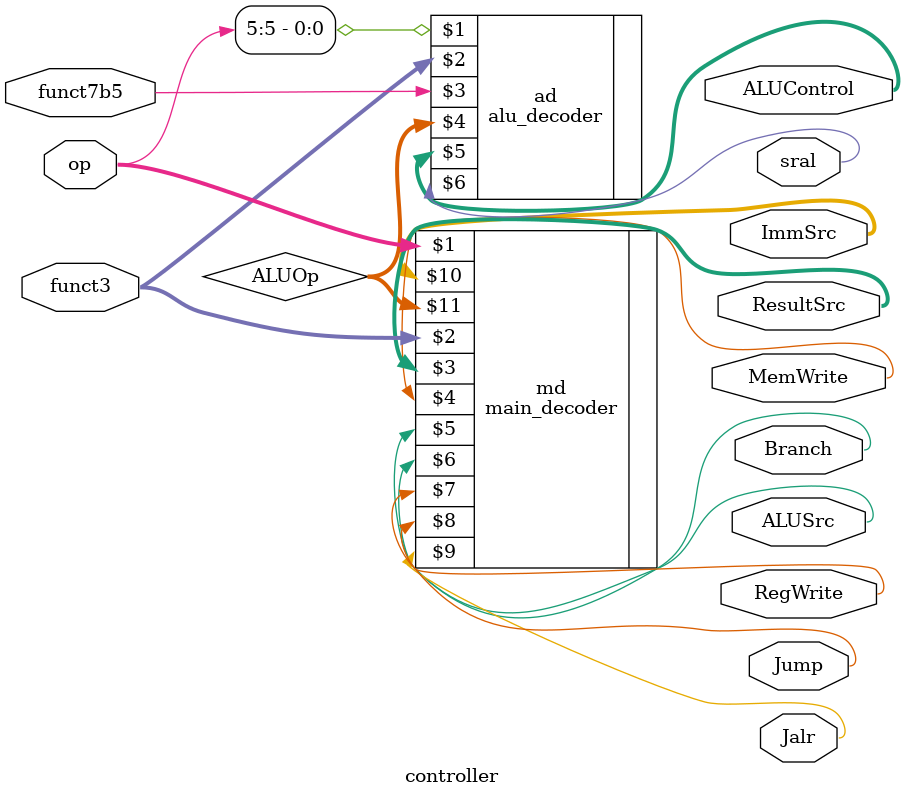
<source format=v>


module controller (
    input [6:0]  op,
    input [2:0]  funct3,
    input        funct7b5,
    output       [1:0] ResultSrc,
    output       MemWrite,
    output       ALUSrc,
    output       RegWrite, Branch, Jump, Jalr, sral,
    output [1:0] ImmSrc,
    output [2:0] ALUControl
);

wire [1:0] ALUOp;

main_decoder    md (op, funct3, ResultSrc, MemWrite, Branch,
                    ALUSrc, RegWrite, Jump, Jalr, ImmSrc, ALUOp);

alu_decoder     ad (op[5], funct3, funct7b5, ALUOp, ALUControl, sral);

endmodule

</source>
